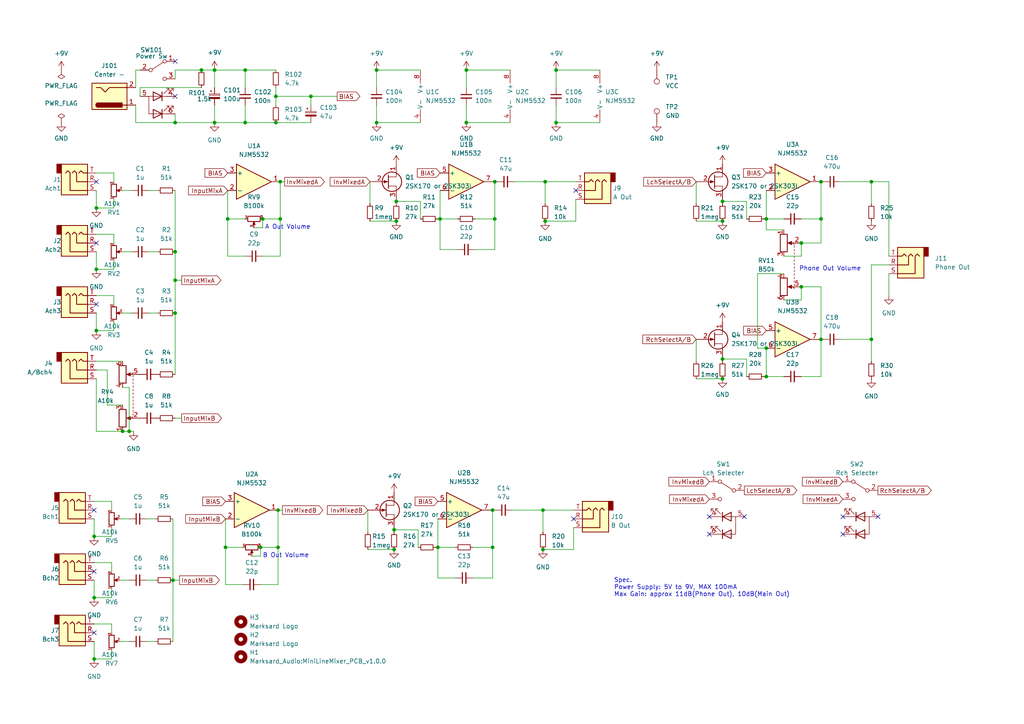
<source format=kicad_sch>
(kicad_sch (version 20211123) (generator eeschema)
  (paper "A4")
  (title_block (title "Mini Line Mixer MLM0802 rev1.0.1") (date "2023-03-01"))
  (junction (at 142.875 147.955))
  (junction (at 80.645 158.75))
  (junction (at 135.255 35.56))
  (junction (at 50.165 168.275))
  (junction (at 37.465 125.095))
  (junction (at 66.04 63.5))
  (junction (at 135.255 20.32))
  (junction (at 252.73 98.425))
  (junction (at 58.42 20.32))
  (junction (at 81.28 52.705))
  (junction (at 209.55 64.135))
  (junction (at 222.25 100.965))
  (junction (at 80.645 147.955))
  (junction (at 114.3 153.67))
  (junction (at 232.41 70.485))
  (junction (at 109.22 35.56))
  (junction (at 62.23 35.56))
  (junction (at 142.875 158.75))
  (junction (at 50.8 81.28))
  (junction (at 27.94 60.325))
  (junction (at 80.01 27.94))
  (junction (at 71.12 20.32))
  (junction (at 27.305 191.135))
  (junction (at 222.25 63.5))
  (junction (at 50.8 73.025))
  (junction (at 158.115 64.135))
  (junction (at 114.935 64.135))
  (junction (at 143.51 52.705))
  (junction (at 76.2 63.5))
  (junction (at 143.51 63.5))
  (junction (at 109.22 20.32))
  (junction (at 50.8 90.805))
  (junction (at 157.48 147.955))
  (junction (at 27.305 173.355))
  (junction (at 35.56 125.095))
  (junction (at 209.55 109.855))
  (junction (at 27.305 155.575))
  (junction (at 157.48 159.385))
  (junction (at 158.115 52.705))
  (junction (at 222.25 109.22))
  (junction (at 27.94 95.885))
  (junction (at 209.55 58.42))
  (junction (at 161.29 20.32))
  (junction (at 65.405 158.75))
  (junction (at 232.41 83.185))
  (junction (at 62.23 20.32))
  (junction (at 50.8 35.56))
  (junction (at 238.125 52.705))
  (junction (at 80.01 35.56))
  (junction (at 161.29 35.56))
  (junction (at 90.17 27.94))
  (junction (at 27.94 78.105))
  (junction (at 75.565 158.75))
  (junction (at 71.12 35.56))
  (junction (at 238.125 63.5))
  (junction (at 81.28 63.5))
  (junction (at 238.125 98.425))
  (junction (at 114.935 58.42))
  (junction (at 127 158.75))
  (junction (at 127.635 63.5))
  (junction (at 114.3 159.385))
  (junction (at 209.55 104.14))
  (junction (at 252.73 52.705))
  (no_connect (at 27.305 147.955))
  (no_connect (at 27.305 183.515))
  (no_connect (at 167.005 55.245))
  (no_connect (at 215.9 149.86))
  (no_connect (at 244.475 154.94))
  (no_connect (at 205.74 154.94))
  (no_connect (at 50.8 27.94))
  (no_connect (at 244.475 149.86))
  (no_connect (at 27.94 88.265))
  (no_connect (at 27.305 165.735))
  (no_connect (at 27.94 52.705))
  (no_connect (at 254.635 149.86))
  (no_connect (at 27.94 70.485))
  (no_connect (at 50.8 17.78))
  (no_connect (at 205.74 149.86))
  (no_connect (at 166.37 150.495))
  (wire (pts (xy 33.02 70.485) (xy 33.02 67.945)))
  (wire (pts (xy 39.37 20.32) (xy 39.37 25.4)))
  (wire (pts (xy 27.94 95.885) (xy 33.02 95.885)))
  (wire (pts (xy 238.125 98.425) (xy 238.76 98.425)))
  (wire (pts (xy 50.8 33.02) (xy 50.8 35.56)))
  (wire (pts (xy 209.55 104.14) (xy 209.55 104.775)))
  (wire (pts (xy 142.875 147.955) (xy 142.24 147.955)))
  (wire (pts (xy 106.68 159.385) (xy 114.3 159.385)))
  (wire (pts (xy 252.73 52.705) (xy 252.73 59.055)))
  (wire (pts (xy 114.935 58.42) (xy 114.935 59.055)))
  (wire (pts (xy 121.92 63.5) (xy 121.92 58.42)))
  (wire (pts (xy 137.16 167.64) (xy 142.875 167.64)))
  (wire (pts (xy 252.73 98.425) (xy 252.73 104.775)))
  (wire (pts (xy 32.385 165.735) (xy 32.385 163.195)))
  (wire (pts (xy 221.615 63.5) (xy 222.25 63.5)))
  (wire (pts (xy 27.305 168.275) (xy 27.305 173.355)))
  (wire (pts (xy 201.93 64.135) (xy 209.55 64.135)))
  (wire (pts (xy 201.93 52.705) (xy 201.93 59.055)))
  (wire (pts (xy 252.73 76.835) (xy 257.81 76.835)))
  (wire (pts (xy 238.125 83.185) (xy 232.41 83.185)))
  (wire (pts (xy 50.8 73.025) (xy 50.8 81.28)))
  (wire (pts (xy 142.875 147.955) (xy 143.51 147.955)))
  (wire (pts (xy 32.385 180.975) (xy 27.305 180.975)))
  (wire (pts (xy 32.385 145.415) (xy 27.305 145.415)))
  (wire (pts (xy 33.02 50.165) (xy 27.94 50.165)))
  (wire (pts (xy 50.8 81.28) (xy 50.8 90.805)))
  (wire (pts (xy 135.255 35.56) (xy 135.255 30.48)))
  (wire (pts (xy 27.94 78.105) (xy 33.02 78.105)))
  (wire (pts (xy 42.545 186.055) (xy 45.085 186.055)))
  (wire (pts (xy 147.955 35.56) (xy 135.255 35.56)))
  (wire (pts (xy 127 167.64) (xy 127 158.75)))
  (wire (pts (xy 71.12 30.48) (xy 71.12 35.56)))
  (wire (pts (xy 34.925 186.055) (xy 37.465 186.055)))
  (wire (pts (xy 135.255 25.4) (xy 135.255 20.32)))
  (wire (pts (xy 216.535 104.14) (xy 209.55 104.14)))
  (wire (pts (xy 80.645 158.75) (xy 80.645 169.545)))
  (wire (pts (xy 62.23 35.56) (xy 71.12 35.56)))
  (wire (pts (xy 40.64 25.4) (xy 58.42 25.4)))
  (wire (pts (xy 90.17 27.94) (xy 97.79 27.94)))
  (wire (pts (xy 166.37 159.385) (xy 157.48 159.385)))
  (wire (pts (xy 33.02 52.705) (xy 33.02 50.165)))
  (wire (pts (xy 167.005 64.135) (xy 158.115 64.135)))
  (wire (pts (xy 33.02 57.785) (xy 33.02 60.325)))
  (wire (pts (xy 114.935 57.785) (xy 114.935 58.42)))
  (wire (pts (xy 58.42 20.32) (xy 62.23 20.32)))
  (wire (pts (xy 127.635 63.5) (xy 132.715 63.5)))
  (wire (pts (xy 32.385 188.595) (xy 32.385 191.135)))
  (wire (pts (xy 43.18 55.245) (xy 45.72 55.245)))
  (wire (pts (xy 50.165 150.495) (xy 50.165 168.275)))
  (wire (pts (xy 222.25 55.245) (xy 222.25 63.5)))
  (wire (pts (xy 33.02 88.265) (xy 33.02 85.725)))
  (wire (pts (xy 80.645 147.955) (xy 81.915 147.955)))
  (wire (pts (xy 33.02 85.725) (xy 27.94 85.725)))
  (wire (pts (xy 121.285 153.67) (xy 114.3 153.67)))
  (wire (pts (xy 27.305 155.575) (xy 32.385 155.575)))
  (wire (pts (xy 50.8 35.56) (xy 62.23 35.56)))
  (wire (pts (xy 232.41 63.5) (xy 238.125 63.5)))
  (wire (pts (xy 50.165 168.275) (xy 50.165 186.055)))
  (wire (pts (xy 127 158.75) (xy 132.08 158.75)))
  (wire (pts (xy 80.645 158.75) (xy 75.565 158.75)))
  (wire (pts (xy 227.33 63.5) (xy 222.25 63.5)))
  (wire (pts (xy 227.33 109.22) (xy 222.25 109.22)))
  (wire (pts (xy 238.125 98.425) (xy 238.125 109.22)))
  (wire (pts (xy 80.01 27.94) (xy 80.01 30.48)))
  (wire (pts (xy 132.08 167.64) (xy 127 167.64)))
  (wire (pts (xy 31.115 107.315) (xy 27.94 107.315)))
  (wire (pts (xy 252.73 98.425) (xy 252.73 76.835)))
  (wire (pts (xy 33.02 93.345) (xy 33.02 95.885)))
  (wire (pts (xy 66.04 63.5) (xy 66.04 55.245)))
  (wire (pts (xy 209.55 58.42) (xy 209.55 59.055)))
  (wire (pts (xy 70.485 158.75) (xy 65.405 158.75)))
  (wire (pts (xy 81.28 74.295) (xy 76.2 74.295)))
  (wire (pts (xy 31.115 117.475) (xy 31.115 107.315)))
  (wire (pts (xy 73.66 66.04) (xy 76.2 66.04)))
  (wire (pts (xy 216.535 109.22) (xy 216.535 104.14)))
  (wire (pts (xy 27.94 104.775) (xy 35.56 104.775)))
  (wire (pts (xy 37.465 112.395) (xy 37.465 125.095)))
  (wire (pts (xy 121.92 58.42) (xy 114.935 58.42)))
  (wire (pts (xy 81.28 63.5) (xy 81.28 74.295)))
  (wire (pts (xy 243.84 52.705) (xy 252.73 52.705)))
  (wire (pts (xy 216.535 58.42) (xy 209.55 58.42)))
  (wire (pts (xy 238.125 70.485) (xy 232.41 70.485)))
  (wire (pts (xy 232.41 86.995) (xy 232.41 83.185)))
  (wire (pts (xy 157.48 147.955) (xy 157.48 154.305)))
  (wire (pts (xy 62.23 20.32) (xy 71.12 20.32)))
  (wire (pts (xy 167.005 57.785) (xy 167.005 64.135)))
  (wire (pts (xy 35.56 112.395) (xy 37.465 112.395)))
  (wire (pts (xy 238.125 63.5) (xy 238.125 70.485)))
  (wire (pts (xy 33.02 67.945) (xy 27.94 67.945)))
  (wire (pts (xy 243.84 98.425) (xy 252.73 98.425)))
  (wire (pts (xy 127.635 72.39) (xy 127.635 63.5)))
  (wire (pts (xy 201.93 109.855) (xy 209.55 109.855)))
  (wire (pts (xy 80.01 20.32) (xy 71.12 20.32)))
  (wire (pts (xy 42.545 150.495) (xy 45.085 150.495)))
  (wire (pts (xy 114.3 153.67) (xy 114.3 154.305)))
  (wire (pts (xy 35.56 73.025) (xy 38.1 73.025)))
  (wire (pts (xy 42.545 168.275) (xy 45.085 168.275)))
  (wire (pts (xy 142.875 167.64) (xy 142.875 158.75)))
  (wire (pts (xy 81.28 52.705) (xy 81.28 63.5)))
  (wire (pts (xy 66.04 74.295) (xy 66.04 63.5)))
  (wire (pts (xy 114.3 153.035) (xy 114.3 153.67)))
  (wire (pts (xy 252.73 52.705) (xy 257.81 52.705)))
  (wire (pts (xy 50.8 81.28) (xy 52.705 81.28)))
  (wire (pts (xy 227.33 66.675) (xy 222.25 66.675)))
  (wire (pts (xy 222.25 66.675) (xy 222.25 63.5)))
  (wire (pts (xy 71.12 35.56) (xy 80.01 35.56)))
  (wire (pts (xy 35.56 90.805) (xy 38.1 90.805)))
  (wire (pts (xy 76.2 66.04) (xy 76.2 63.5)))
  (wire (pts (xy 80.01 35.56) (xy 90.17 35.56)))
  (wire (pts (xy 107.315 64.135) (xy 114.935 64.135)))
  (wire (pts (xy 209.55 103.505) (xy 209.55 104.14)))
  (wire (pts (xy 173.99 35.56) (xy 161.29 35.56)))
  (wire (pts (xy 227.33 79.375) (xy 219.71 79.375)))
  (wire (pts (xy 238.125 52.705) (xy 238.125 63.5)))
  (wire (pts (xy 71.12 74.295) (xy 66.04 74.295)))
  (wire (pts (xy 50.165 168.275) (xy 52.07 168.275)))
  (wire (pts (xy 39.37 30.48) (xy 39.37 35.56)))
  (wire (pts (xy 62.23 20.32) (xy 62.23 25.4)))
  (wire (pts (xy 161.29 35.56) (xy 161.29 30.48)))
  (wire (pts (xy 143.51 52.705) (xy 144.145 52.705)))
  (wire (pts (xy 257.81 52.705) (xy 257.81 74.295)))
  (wire (pts (xy 43.18 73.025) (xy 45.72 73.025)))
  (wire (pts (xy 27.305 173.355) (xy 32.385 173.355)))
  (wire (pts (xy 221.615 109.22) (xy 222.25 109.22)))
  (wire (pts (xy 135.255 20.32) (xy 147.955 20.32)))
  (wire (pts (xy 27.94 125.095) (xy 35.56 125.095)))
  (wire (pts (xy 158.115 52.705) (xy 158.115 59.055)))
  (wire (pts (xy 71.12 20.32) (xy 71.12 25.4)))
  (wire (pts (xy 65.405 169.545) (xy 65.405 158.75)))
  (wire (pts (xy 109.22 25.4) (xy 109.22 20.32)))
  (wire (pts (xy 27.94 73.025) (xy 27.94 78.105)))
  (wire (pts (xy 71.12 63.5) (xy 66.04 63.5)))
  (wire (pts (xy 50.8 90.805) (xy 50.8 108.585)))
  (wire (pts (xy 62.23 30.48) (xy 62.23 35.56)))
  (wire (pts (xy 126.365 158.75) (xy 127 158.75)))
  (wire (pts (xy 161.29 20.32) (xy 173.99 20.32)))
  (wire (pts (xy 121.285 158.75) (xy 121.285 153.67)))
  (wire (pts (xy 35.56 117.475) (xy 31.115 117.475)))
  (wire (pts (xy 50.8 55.245) (xy 50.8 73.025)))
  (wire (pts (xy 227.33 74.295) (xy 232.41 74.295)))
  (wire (pts (xy 127 63.5) (xy 127.635 63.5)))
  (wire (pts (xy 80.01 27.94) (xy 90.17 27.94)))
  (wire (pts (xy 81.28 63.5) (xy 76.2 63.5)))
  (wire (pts (xy 27.94 55.245) (xy 27.94 60.325)))
  (wire (pts (xy 142.875 158.75) (xy 142.875 147.955)))
  (wire (pts (xy 65.405 158.75) (xy 65.405 150.495)))
  (wire (pts (xy 143.51 52.705) (xy 142.875 52.705)))
  (wire (pts (xy 158.115 52.705) (xy 167.005 52.705)))
  (wire (pts (xy 166.37 153.035) (xy 166.37 159.385)))
  (wire (pts (xy 219.71 100.965) (xy 222.25 100.965)))
  (wire (pts (xy 107.315 52.705) (xy 107.315 59.055)))
  (wire (pts (xy 232.41 109.22) (xy 238.125 109.22)))
  (wire (pts (xy 148.59 147.955) (xy 157.48 147.955)))
  (wire (pts (xy 81.28 52.705) (xy 82.55 52.705)))
  (wire (pts (xy 132.715 72.39) (xy 127.635 72.39)))
  (wire (pts (xy 80.01 25.4) (xy 80.01 27.94)))
  (wire (pts (xy 106.68 147.955) (xy 106.68 154.305)))
  (wire (pts (xy 27.94 90.805) (xy 27.94 95.885)))
  (wire (pts (xy 227.33 86.995) (xy 232.41 86.995)))
  (wire (pts (xy 143.51 72.39) (xy 143.51 63.5)))
  (wire (pts (xy 50.8 20.32) (xy 50.8 22.86)))
  (wire (pts (xy 109.22 20.32) (xy 121.92 20.32)))
  (wire (pts (xy 27.305 150.495) (xy 27.305 155.575)))
  (wire (pts (xy 232.41 74.295) (xy 232.41 70.485)))
  (wire (pts (xy 238.125 52.705) (xy 238.76 52.705)))
  (wire (pts (xy 137.795 63.5) (xy 143.51 63.5)))
  (wire (pts (xy 137.16 158.75) (xy 142.875 158.75)))
  (wire (pts (xy 201.93 98.425) (xy 201.93 104.775)))
  (wire (pts (xy 121.92 35.56) (xy 109.22 35.56)))
  (wire (pts (xy 238.125 52.705) (xy 237.49 52.705)))
  (wire (pts (xy 34.925 150.495) (xy 37.465 150.495)))
  (wire (pts (xy 27.94 60.325) (xy 33.02 60.325)))
  (wire (pts (xy 40.64 25.4) (xy 40.64 27.94)))
  (wire (pts (xy 80.645 169.545) (xy 75.565 169.545)))
  (wire (pts (xy 127 150.495) (xy 127 158.75)))
  (wire (pts (xy 109.22 35.56) (xy 109.22 30.48)))
  (wire (pts (xy 90.17 27.94) (xy 90.17 30.48)))
  (wire (pts (xy 43.18 90.805) (xy 45.72 90.805)))
  (wire (pts (xy 75.565 161.29) (xy 75.565 158.75)))
  (wire (pts (xy 238.125 98.425) (xy 238.125 83.185)))
  (wire (pts (xy 257.81 79.375) (xy 257.81 85.725)))
  (wire (pts (xy 35.56 125.095) (xy 37.465 125.095)))
  (wire (pts (xy 32.385 153.035) (xy 32.385 155.575)))
  (wire (pts (xy 32.385 183.515) (xy 32.385 180.975)))
  (wire (pts (xy 161.29 25.4) (xy 161.29 20.32)))
  (wire (pts (xy 27.305 186.055) (xy 27.305 191.135)))
  (wire (pts (xy 222.25 100.965) (xy 222.25 109.22)))
  (wire (pts (xy 80.645 147.955) (xy 80.645 158.75)))
  (wire (pts (xy 33.02 75.565) (xy 33.02 78.105)))
  (wire (pts (xy 127.635 55.245) (xy 127.635 63.5)))
  (wire (pts (xy 137.795 72.39) (xy 143.51 72.39)))
  (wire (pts (xy 39.37 35.56) (xy 50.8 35.56)))
  (wire (pts (xy 35.56 55.245) (xy 38.1 55.245)))
  (wire (pts (xy 52.705 121.285) (xy 50.8 121.285)))
  (wire (pts (xy 39.37 20.32) (xy 40.64 20.32)))
  (wire (pts (xy 27.94 109.855) (xy 27.94 125.095)))
  (wire (pts (xy 157.48 147.955) (xy 166.37 147.955)))
  (wire (pts (xy 216.535 63.5) (xy 216.535 58.42)))
  (wire (pts (xy 209.55 57.785) (xy 209.55 58.42)))
  (wire (pts (xy 219.71 79.375) (xy 219.71 100.965)))
  (wire (pts (xy 32.385 163.195) (xy 27.305 163.195)))
  (wire (pts (xy 70.485 169.545) (xy 65.405 169.545)))
  (wire (pts (xy 238.125 98.425) (xy 237.49 98.425)))
  (wire (pts (xy 27.305 191.135) (xy 32.385 191.135)))
  (wire (pts (xy 32.385 170.815) (xy 32.385 173.355)))
  (wire (pts (xy 73.025 161.29) (xy 75.565 161.29)))
  (wire (pts (xy 149.225 52.705) (xy 158.115 52.705)))
  (wire (pts (xy 143.51 63.5) (xy 143.51 52.705)))
  (wire (pts (xy 37.465 125.095) (xy 38.735 125.095)))
  (wire (pts (xy 50.8 20.32) (xy 58.42 20.32)))
  (wire (pts (xy 34.925 168.275) (xy 37.465 168.275)))
  (wire (pts (xy 32.385 147.955) (xy 32.385 145.415)))
  (text "Phone Out Volume" (at 231.775 78.74 0) (effects (font (size 1.27 1.27)) (justify left bottom)))
  (text "A Out Volume" (at 76.835 66.675 0) (effects (font (size 1.27 1.27)) (justify left bottom)))
  (text "B Out Volume" (at 76.2 161.925 0) (effects (font (size 1.27 1.27)) (justify left bottom)))
  (text "Spec.\nPower Supply: 5V to 9V, MAX 100mA\nMax Gain: approx 11dB(Phone Out), 10dB(Main Out)\n" (at 178.054 173.228 0) (effects (font (size 1.27 1.27)) (justify left bottom)))
  (global_label "BIAS" (shape input) (at 222.25 50.165 180) (property "Intersheet References" "${INTERSHEET_REFS}" (effects hide)))
  (global_label "InvMixedA" (shape output) (at 82.55 52.705 0) (property "Intersheet References" "${INTERSHEET_REFS}" (effects hide)))
  (global_label "BIAS" (shape input) (at 127.635 50.165 180) (property "Intersheet References" "${INTERSHEET_REFS}" (effects hide)))
  (global_label "InvMixedB" (shape output) (at 81.915 147.955 0) (property "Intersheet References" "${INTERSHEET_REFS}" (effects hide)))
  (global_label "BIAS" (shape output) (at 97.79 27.94 0) (property "Intersheet References" "${INTERSHEET_REFS}" (effects hide)))
  (global_label "RchSelectA{slash}B" (shape output) (at 254.635 142.24 0) (property "Intersheet References" "${INTERSHEET_REFS}" (effects hide)))
  (global_label "InputMixB" (shape output) (at 52.705 121.285 0) (property "Intersheet References" "${INTERSHEET_REFS}" (effects hide)))
  (global_label "LchSelectA{slash}B" (shape output) (at 215.9 142.24 0) (property "Intersheet References" "${INTERSHEET_REFS}" (effects hide)))
  (global_label "InvMixedA" (shape input) (at 244.475 144.78 180) (property "Intersheet References" "${INTERSHEET_REFS}" (effects hide)))
  (global_label "InvMixedB" (shape input) (at 244.475 139.7 180) (property "Intersheet References" "${INTERSHEET_REFS}" (effects hide)))
  (global_label "InvMixedB" (shape input) (at 106.68 147.955 180) (property "Intersheet References" "${INTERSHEET_REFS}" (effects hide)))
  (global_label "LchSelectA{slash}B" (shape input) (at 201.93 52.705 180) (property "Intersheet References" "${INTERSHEET_REFS}" (effects hide)))
  (global_label "InvMixedB" (shape input) (at 205.74 139.7 180) (property "Intersheet References" "${INTERSHEET_REFS}" (effects hide)))
  (global_label "RchSelectA{slash}B" (shape input) (at 201.93 98.425 180) (property "Intersheet References" "${INTERSHEET_REFS}" (effects hide)))
  (global_label "InputMixB" (shape input) (at 65.405 150.495 180) (property "Intersheet References" "${INTERSHEET_REFS}" (effects hide)))
  (global_label "BIAS" (shape input) (at 127 145.415 180) (property "Intersheet References" "${INTERSHEET_REFS}" (effects hide)))
  (global_label "InvMixedA" (shape input) (at 205.74 144.78 180) (property "Intersheet References" "${INTERSHEET_REFS}" (effects hide)))
  (global_label "InvMixedA" (shape input) (at 107.315 52.705 180) (property "Intersheet References" "${INTERSHEET_REFS}" (effects hide)))
  (global_label "BIAS" (shape input) (at 222.25 95.885 180) (property "Intersheet References" "${INTERSHEET_REFS}" (effects hide)))
  (global_label "BIAS" (shape input) (at 66.04 50.165 180) (property "Intersheet References" "${INTERSHEET_REFS}" (effects hide)))
  (global_label "InputMixB" (shape output) (at 52.07 168.275 0) (property "Intersheet References" "${INTERSHEET_REFS}" (effects hide)))
  (global_label "BIAS" (shape input) (at 65.405 145.415 180) (property "Intersheet References" "${INTERSHEET_REFS}" (effects hide)))
  (global_label "InputMixA" (shape output) (at 52.705 81.28 0) (property "Intersheet References" "${INTERSHEET_REFS}" (effects hide)))
  (global_label "InputMixA" (shape input) (at 66.04 55.245 180) (property "Intersheet References" "${INTERSHEET_REFS}" (effects hide)))
  (symbol (lib_id "Device:Q_NJFET_DGS") (at 207.01 98.425 0) (unit 1)
    (property "Reference" "Q4" (at 212.09 97.1549 0) (effects (justify left)))
    (property "Value" "2SK170 or 2SK303L" (at 212.09 99.6949 0) (effects (justify left)))
    (property "Footprint" "Marksard_Audio:TO-92_K170-303L" (effects hide))
    (property "Part Model No." "2SK170 or 2SK303L" (effects hide))
  )
  (symbol (lib_id "power:GND") (at 257.81 85.725 0) (unit 1)
    (property "Reference" "#PWR021" (effects hide))
    (property "Value" "GND" (at 257.81 90.805 0))
  )
  (symbol (lib_id "Connector:AudioJack3") (at 22.225 147.955 0) (mirror x) (unit 1)
    (property "Reference" "J5" (at 17.145 147.3199 0) (effects (justify right)))
    (property "Value" "Bch1" (at 17.145 149.8599 0) (effects (justify right)))
    (property "Footprint" "Marksard_Audio:MJ-355W" (effects hide))
    (property "Part Model No." "マル信 est-marushin MJ-355W" (effects hide))
  )
  (symbol (lib_id "Device:R_Potentiometer_Small") (at 33.02 73.025 0) (mirror x) (unit 1)
    (property "Reference" "RV2" (at 34.925 79.375 0) (effects (justify right)))
    (property "Value" "A10k" (at 34.925 76.835 0) (effects (justify right)))
    (property "Footprint" "Marksard_Audio:Potentiometer_THT_RK09L1140" (effects hide))
    (property "Part Model No." "ALPS RK09L1140-F15-C0-A103" (effects hide))
  )
  (symbol (lib_id "Device:C_Small") (at 40.005 186.055 90) (unit 1)
    (property "Reference" "C7" (at 40.0113 179.705 90))
    (property "Value" "1u" (at 40.0113 182.245 90))
    (property "Footprint" "Marksard_Audio:Capacitor_THT_5x11_Holizontal" (effects hide))
    (property "Part Model No." "サイズ max 5phi x 11mm" (effects hide))
  )
  (symbol (lib_id "Device:R_Small") (at 80.01 22.86 0) (unit 1)
    (property "Reference" "R102" (at 82.55 21.5899 0) (effects (justify left)))
    (property "Value" "4.7k" (at 82.55 24.1299 0) (effects (justify left)))
    (property "Footprint" "Resistor_THT:R_Axial_DIN0204_L3.6mm_D1.6mm_P2.54mm_Vertical" (effects hide))
    (property "Part Model No." "金属皮膜 metal film 1/4w" (effects hide))
  )
  (symbol (lib_id "power:GND") (at 27.305 173.355 0) (unit 1)
    (property "Reference" "#PWR06" (effects hide))
    (property "Value" "GND" (at 27.305 178.435 0))
  )
  (symbol (lib_id "Device:Q_NJFET_DGS") (at 207.01 52.705 0) (unit 1)
    (property "Reference" "Q3" (at 212.09 51.4349 0) (effects (justify left)))
    (property "Value" "2SK170 or 2SK303L" (at 212.09 53.9749 0) (effects (justify left)))
    (property "Footprint" "Marksard_Audio:TO-92_K170-303L" (effects hide))
    (property "Part Model No." "2SK170 or 2SK303L" (effects hide))
  )
  (symbol (lib_id "Mechanical:MountingHole") (at 69.85 180.34 0) (unit 1)
    (property "Reference" "H3" (at 72.39 179.0699 0) (effects (justify left)))
    (property "Value" "Marksard Logo" (at 72.39 181.6099 0) (effects (justify left)))
    (property "Footprint" "SMK:marksard_logo" (effects hide))
  )
  (symbol (lib_id "power:GND") (at 109.22 35.56 0) (unit 1)
    (property "Reference" "#PWR0104" (effects hide))
    (property "Value" "GND" (at 109.22 40.132 0))
  )
  (symbol (lib_id "Device:R_Small") (at 252.73 107.315 180) (unit 1)
    (property "Reference" "R30" (at 255.27 106.0449 0) (effects (justify right)))
    (property "Value" "10k" (at 255.27 108.5849 0) (effects (justify right)))
    (property "Footprint" "Resistor_THT:R_Axial_DIN0204_L3.6mm_D1.6mm_P2.54mm_Vertical" (effects hide))
    (property "Part Model No." "金属皮膜 metal film 1/4w" (effects hide))
  )
  (symbol (lib_id "power:GND") (at 27.94 95.885 0) (unit 1)
    (property "Reference" "#PWR03" (effects hide))
    (property "Value" "GND" (at 27.94 100.965 0))
  )
  (symbol (lib_id "Amplifier_Operational:NJM5532") (at 124.46 27.94 0) (unit 3)
    (property "Reference" "U1" (at 123.444 26.6699 0) (effects (justify left)))
    (property "Value" "NJM5532" (at 123.444 29.2099 0) (effects (justify left)))
    (property "Footprint" "Package_DIP:DIP-8_W7.62mm_Socket" (effects hide))
    (property "Datasheet" "http://www.njr.com/semicon/PDF/NJM5532_E.pdf" (effects hide))
    (property "Part Model No." "NJM-5532" (effects hide))
  )
  (symbol (lib_id "Amplifier_Operational:NJM5532") (at 229.87 98.425 0) (unit 2)
    (property "Reference" "U3" (at 229.87 87.63 0))
    (property "Value" "NJM5532" (at 229.87 90.17 0))
    (property "Footprint" "Package_DIP:DIP-8_W7.62mm_Socket" (effects hide))
    (property "Datasheet" "http://www.njr.com/semicon/PDF/NJM5532_E.pdf" (effects hide))
    (property "Part Model No." "NJM-5532" (effects hide))
  )
  (symbol (lib_id "Connector:AudioJack3") (at 22.225 183.515 0) (mirror x) (unit 1)
    (property "Reference" "J7" (at 17.145 182.8799 0) (effects (justify right)))
    (property "Value" "Bch3" (at 17.145 185.4199 0) (effects (justify right)))
    (property "Footprint" "Marksard_Audio:MJ-355W" (effects hide))
    (property "Part Model No." "マル信 est-marushin MJ-355W" (effects hide))
  )
  (symbol (lib_id "power:GND") (at 27.305 155.575 0) (unit 1)
    (property "Reference" "#PWR05" (effects hide))
    (property "Value" "GND" (at 27.305 160.655 0))
  )
  (symbol (lib_id "Device:R_Small") (at 252.73 61.595 180) (unit 1)
    (property "Reference" "R25" (at 255.27 60.3249 0) (effects (justify right)))
    (property "Value" "10k" (at 255.27 62.8649 0) (effects (justify right)))
    (property "Footprint" "Resistor_THT:R_Axial_DIN0204_L3.6mm_D1.6mm_P2.54mm_Vertical" (effects hide))
    (property "Part Model No." "金属皮膜 metal film 1/4w" (effects hide))
  )
  (symbol (lib_id "Amplifier_Operational:NJM5532") (at 229.87 52.705 0) (unit 1)
    (property "Reference" "U3" (at 229.87 41.91 0))
    (property "Value" "NJM5532" (at 229.87 44.45 0))
    (property "Footprint" "Package_DIP:DIP-8_W7.62mm_Socket" (effects hide))
    (property "Datasheet" "http://www.njr.com/semicon/PDF/NJM5532_E.pdf" (effects hide))
    (property "Part Model No." "NJM-5532" (effects hide))
  )
  (symbol (lib_id "Marksard_Audio:SW_SPDT_WITH_LED") (at 249.555 142.24 0) (mirror y) (unit 1)
    (property "Reference" "SW2" (at 248.539 134.62 0))
    (property "Value" "Rch Selecter" (at 248.539 137.16 0))
    (property "Footprint" "Marksard_Audio:B-12CCPR" (effects hide))
    (property "Part Model No." "NKK B-12CCPR" (effects hide))
  )
  (symbol (lib_id "Device:R_Potentiometer_Small") (at 33.02 90.805 0) (mirror x) (unit 1)
    (property "Reference" "RV3" (at 34.925 97.155 0) (effects (justify right)))
    (property "Value" "A10k" (at 34.925 94.615 0) (effects (justify right)))
    (property "Footprint" "Marksard_Audio:Potentiometer_THT_RK09L1140" (effects hide))
    (property "Part Model No." "ALPS RK09L1140-F15-C0-A103" (effects hide))
  )
  (symbol (lib_id "Device:C_Polarized_Small") (at 62.23 27.94 0) (unit 1)
    (property "Reference" "C101" (at 64.77 26.1238 0) (effects (justify left)))
    (property "Value" "100u" (at 64.77 28.6638 0) (effects (justify left)))
    (property "Footprint" "Marksard_Audio:Capacitor_THT_10x12.5_Holizontal" (effects hide))
    (property "Part Model No." "サイズ max 10phi x 12.5mm" (effects hide))
  )
  (symbol (lib_id "power:GND") (at 209.55 109.855 0) (unit 1)
    (property "Reference" "#PWR019" (effects hide))
    (property "Value" "GND" (at 209.55 114.427 0))
  )
  (symbol (lib_id "power:GND") (at 252.73 64.135 0) (unit 1)
    (property "Reference" "#PWR017" (effects hide))
    (property "Value" "GND" (at 252.73 69.215 0))
  )
  (symbol (lib_id "power:GND") (at 114.935 64.135 0) (unit 1)
    (property "Reference" "#PWR010" (effects hide))
    (property "Value" "GND" (at 114.935 68.707 0))
  )
  (symbol (lib_id "Device:R_Small") (at 48.26 108.585 90) (unit 1)
    (property "Reference" "R4" (at 48.26 102.235 90))
    (property "Value" "51k" (at 48.26 104.775 90))
    (property "Footprint" "Resistor_THT:R_Axial_DIN0204_L3.6mm_D1.6mm_P2.54mm_Vertical" (effects hide))
    (property "Part Model No." "金属皮膜 metal film 1/4w" (effects hide))
  )
  (symbol (lib_id "Connector:AudioJack3") (at 22.86 88.265 0) (mirror x) (unit 1)
    (property "Reference" "J3" (at 17.78 87.6299 0) (effects (justify right)))
    (property "Value" "Ach3" (at 17.78 90.1699 0) (effects (justify right)))
    (property "Footprint" "Marksard_Audio:MJ-355W" (effects hide))
    (property "Part Model No." "マル信 est-marushin MJ-355W" (effects hide))
  )
  (symbol (lib_id "Device:R_Small") (at 135.255 63.5 90) (unit 1)
    (property "Reference" "R12" (at 135.255 57.15 90))
    (property "Value" "51k" (at 135.255 59.69 90))
    (property "Footprint" "Resistor_THT:R_Axial_DIN0204_L3.6mm_D1.6mm_P2.54mm_Vertical" (effects hide))
    (property "Part Model No." "金属皮膜 metal film 1/4w" (effects hide))
  )
  (symbol (lib_id "power:+9V") (at 135.255 20.32 0) (unit 1)
    (property "Reference" "#PWR0105" (effects hide))
    (property "Value" "+9V" (at 135.255 15.494 0))
  )
  (symbol (lib_id "Amplifier_Operational:NJM5532") (at 73.025 147.955 0) (unit 1)
    (property "Reference" "U2" (at 73.025 137.541 0))
    (property "Value" "NJM5532" (at 73.025 140.081 0))
    (property "Footprint" "Package_DIP:DIP-8_W7.62mm_Socket" (effects hide))
    (property "Datasheet" "http://www.njr.com/semicon/PDF/NJM5532_E.pdf" (effects hide))
    (property "Part Model No." "NJM-5532" (effects hide))
  )
  (symbol (lib_id "Device:R_Potentiometer_Small") (at 32.385 168.275 0) (mirror x) (unit 1)
    (property "Reference" "RV6" (at 34.29 174.625 0) (effects (justify right)))
    (property "Value" "A10k" (at 34.29 172.085 0) (effects (justify right)))
    (property "Footprint" "Marksard_Audio:Potentiometer_THT_RK09L1140" (effects hide))
    (property "Part Model No." "ALPS RK09L1140-F15-C0-A103" (effects hide))
  )
  (symbol (lib_id "Device:R_Potentiometer_Small") (at 32.385 186.055 0) (mirror x) (unit 1)
    (property "Reference" "RV7" (at 34.29 192.405 0) (effects (justify right)))
    (property "Value" "A10k" (at 34.29 189.865 0) (effects (justify right)))
    (property "Footprint" "Marksard_Audio:Potentiometer_THT_RK09L1140" (effects hide))
    (property "Part Model No." "ALPS RK09L1140-F15-C0-A103" (effects hide))
  )
  (symbol (lib_id "Amplifier_Operational:NJM5532") (at 73.66 52.705 0) (unit 1)
    (property "Reference" "U1" (at 73.66 42.291 0))
    (property "Value" "NJM5532" (at 73.66 44.831 0))
    (property "Footprint" "Package_DIP:DIP-8_W7.62mm_Socket" (effects hide))
    (property "Datasheet" "http://www.njr.com/semicon/PDF/NJM5532_E.pdf" (effects hide))
    (property "Part Model No." "NJM-5532" (effects hide))
  )
  (symbol (lib_id "power:GND") (at 114.3 159.385 0) (unit 1)
    (property "Reference" "#PWR013" (effects hide))
    (property "Value" "GND" (at 114.3 163.957 0))
  )
  (symbol (lib_id "Device:Q_NJFET_DGS") (at 111.76 147.955 0) (unit 1)
    (property "Reference" "Q2" (at 116.84 146.6849 0) (effects (justify left)))
    (property "Value" "2SK170 or 2SK303L" (at 116.84 149.2249 0) (effects (justify left)))
    (property "Footprint" "Marksard_Audio:TO-92_K170-303L" (effects hide))
    (property "Part Model No." "2SK170 or 2SK303L" (effects hide))
  )
  (symbol (lib_id "Device:Q_NJFET_DGS") (at 112.395 52.705 0) (unit 1)
    (property "Reference" "Q1" (at 117.475 51.4349 0) (effects (justify left)))
    (property "Value" "2SK170 or 2SK303L" (at 117.475 53.9749 0) (effects (justify left)))
    (property "Footprint" "Marksard_Audio:TO-92_K170-303L" (effects hide))
    (property "Part Model No." "2SK170 or 2SK303L" (effects hide))
  )
  (symbol (lib_id "Device:R_Potentiometer_Dual") (at 38.1 114.935 270) (mirror x) (unit 1)
    (property "Reference" "RV4" (at 33.02 113.6649 90) (effects (justify right)))
    (property "Value" "A10k" (at 33.02 116.2049 90) (effects (justify right)))
    (property "Footprint" "Marksard_Audio:Potentiometer_THT_RK09L1240" (effects hide))
    (property "Part Model No." "ALPS RK09L1240-F15-C0-A103 2gang (2連)" (effects hide))
  )
  (symbol (lib_id "Device:C_Small") (at 73.025 169.545 90) (unit 1)
    (property "Reference" "C12" (at 73.0313 163.195 90))
    (property "Value" "22p" (at 73.0313 165.735 90))
    (property "Footprint" "Capacitor_THT:C_Disc_D4.7mm_W2.5mm_P5.00mm" (effects hide))
    (property "Part Model No." "セラミック seramic" (effects hide))
  )
  (symbol (lib_id "Device:C_Polarized_Small") (at 90.17 33.02 0) (unit 1)
    (property "Reference" "C103" (at 92.71 31.2038 0) (effects (justify left)))
    (property "Value" "47u" (at 92.71 33.7438 0) (effects (justify left)))
    (property "Footprint" "Marksard_Audio:Capacitor_THT_5x11_Holizontal" (effects hide))
    (property "Part Model No." "サイズ max 5phi x 11mm" (effects hide))
  )
  (symbol (lib_id "Connector:AudioJack3") (at 22.86 52.705 0) (mirror x) (unit 1)
    (property "Reference" "J1" (at 17.78 52.0699 0) (effects (justify right)))
    (property "Value" "Ach1" (at 17.78 54.6099 0) (effects (justify right)))
    (property "Footprint" "Marksard_Audio:MJ-355W" (effects hide))
    (property "Part Model No." "マル信 est-marushin MJ-355W" (effects hide))
  )
  (symbol (lib_id "Device:C_Small") (at 241.3 52.705 90) (unit 1)
    (property "Reference" "C16" (at 241.3063 45.72 90))
    (property "Value" "470u" (at 241.3063 48.26 90))
    (property "Footprint" "Marksard_Audio:Capacitor_THT_10x12.5_Holizontal" (effects hide))
    (property "Part Model No." "サイズ max 10phi x 12.5mm" (effects hide))
  )
  (symbol (lib_id "power:GND") (at 62.23 35.56 0) (unit 1)
    (property "Reference" "#PWR0102" (effects hide))
    (property "Value" "GND" (at 62.23 40.64 0))
  )
  (symbol (lib_id "Amplifier_Operational:NJM5532") (at 150.495 27.94 0) (unit 3)
    (property "Reference" "U2" (at 149.479 26.6699 0) (effects (justify left)))
    (property "Value" "NJM5532" (at 149.479 29.2099 0) (effects (justify left)))
    (property "Footprint" "Package_DIP:DIP-8_W7.62mm_Socket" (effects hide))
    (property "Datasheet" "http://www.njr.com/semicon/PDF/NJM5532_E.pdf" (effects hide))
    (property "Part Model No." "NJM-5532" (effects hide))
  )
  (symbol (lib_id "Device:R_Small") (at 201.93 61.595 180) (unit 1)
    (property "Reference" "R21" (at 203.2 60.325 0) (effects (justify right)))
    (property "Value" "1meg" (at 203.2 62.865 0) (effects (justify right)))
    (property "Footprint" "Resistor_THT:R_Axial_DIN0204_L3.6mm_D1.6mm_P2.54mm_Vertical" (effects hide))
    (property "Part Model No." "金属皮膜 metal film 1/4w" (effects hide))
  )
  (symbol (lib_id "Device:R_Potentiometer_Small") (at 32.385 150.495 0) (mirror x) (unit 1)
    (property "Reference" "RV5" (at 34.29 156.845 0) (effects (justify right)))
    (property "Value" "A10k" (at 34.29 154.305 0) (effects (justify right)))
    (property "Footprint" "Marksard_Audio:Potentiometer_THT_RK09L1140" (effects hide))
    (property "Part Model No." "ALPS RK09L1140-F15-C0-A103" (effects hide))
  )
  (symbol (lib_id "Device:R_Potentiometer_Small") (at 33.02 55.245 0) (mirror x) (unit 1)
    (property "Reference" "RV1" (at 34.925 61.595 0) (effects (justify right)))
    (property "Value" "A10k" (at 34.925 59.055 0) (effects (justify right)))
    (property "Footprint" "Marksard_Audio:Potentiometer_THT_RK09L1140" (effects hide))
    (property "Part Model No." "ALPS RK09L1140-F15-C0-A103" (effects hide))
  )
  (symbol (lib_id "Device:C_Small") (at 40.64 73.025 90) (unit 1)
    (property "Reference" "C2" (at 40.6463 66.675 90))
    (property "Value" "1u" (at 40.6463 69.215 90))
    (property "Footprint" "Marksard_Audio:Capacitor_THT_5x11_Holizontal" (effects hide))
    (property "Part Model No." "サイズ max 5phi x 11mm" (effects hide))
  )
  (symbol (lib_id "power:PWR_FLAG") (at 17.78 35.56 0) (unit 1)
    (property "Reference" "#FLG0101" (effects hide))
    (property "Value" "PWR_FLAG" (at 17.78 29.972 0))
  )
  (symbol (lib_id "Device:C_Small") (at 40.64 55.245 90) (unit 1)
    (property "Reference" "C1" (at 40.6463 48.895 90))
    (property "Value" "1u" (at 40.6463 51.435 90))
    (property "Footprint" "Marksard_Audio:Capacitor_THT_5x11_Holizontal" (effects hide))
    (property "Part Model No." "サイズ max 5phi x 11mm" (effects hide))
  )
  (symbol (lib_id "Device:R_Small") (at 219.075 63.5 90) (unit 1)
    (property "Reference" "R23" (at 219.075 57.15 90))
    (property "Value" "20k" (at 219.075 59.69 90))
    (property "Footprint" "Resistor_THT:R_Axial_DIN0204_L3.6mm_D1.6mm_P2.54mm_Vertical" (effects hide))
    (property "Part Model No." "金属皮膜 metal film 1/4w" (effects hide))
  )
  (symbol (lib_id "Device:R_Small") (at 209.55 61.595 180) (unit 1)
    (property "Reference" "R22" (at 212.09 60.3249 0) (effects (justify right)))
    (property "Value" "51k" (at 212.09 62.8649 0) (effects (justify right)))
    (property "Footprint" "Resistor_THT:R_Axial_DIN0204_L3.6mm_D1.6mm_P2.54mm_Vertical" (effects hide))
    (property "Part Model No." "金属皮膜 metal film 1/4w" (effects hide))
  )
  (symbol (lib_id "Device:R_Potentiometer_Dual") (at 229.87 76.835 270) (unit 1)
    (property "Reference" "RV11" (at 224.79 75.5649 90) (effects (justify right)))
    (property "Value" "B50k" (at 224.79 78.1049 90) (effects (justify right)))
    (property "Footprint" "Marksard_Audio:Potentiometer_THT_RK09L1240" (effects hide))
    (property "Part Model No." "ALPS RK09L1240-F15-C0-B503 2gang (2連)" (effects hide))
  )
  (symbol (lib_id "power:GND") (at 252.73 109.855 0) (unit 1)
    (property "Reference" "#PWR020" (effects hide))
    (property "Value" "GND" (at 252.73 114.935 0))
  )
  (symbol (lib_id "power:GND") (at 161.29 35.56 0) (unit 1)
    (property "Reference" "#PWR0108" (effects hide))
    (property "Value" "GND" (at 161.29 40.132 0))
  )
  (symbol (lib_id "Mechanical:MountingHole") (at 69.85 185.42 0) (unit 1)
    (property "Reference" "H2" (at 72.39 184.1499 0) (effects (justify left)))
    (property "Value" "Marksard Logo" (at 72.39 186.6899 0) (effects (justify left)))
    (property "Footprint" "SMK:marksard_logo" (effects hide))
  )
  (symbol (lib_id "Device:R_Small") (at 107.315 61.595 180) (unit 1)
    (property "Reference" "R9" (at 108.585 60.325 0) (effects (justify right)))
    (property "Value" "1meg" (at 108.585 62.865 0) (effects (justify right)))
    (property "Footprint" "Resistor_THT:R_Axial_DIN0204_L3.6mm_D1.6mm_P2.54mm_Vertical" (effects hide))
    (property "Part Model No." "金属皮膜 metal film 1/4w" (effects hide))
  )
  (symbol (lib_id "Mechanical:MountingHole") (at 69.85 190.5 0) (unit 1)
    (property "Reference" "H1" (at 72.39 189.2299 0) (effects (justify left)))
    (property "Value" "Marksard_Audio:MiniLineMixer_PCB_v1.0.0" (at 72.39 191.7699 0) (effects (justify left)))
    (property "Footprint" "Marksard_Audio:MiniLineMixer_PCB_v1.0.0" (effects hide))
  )
  (symbol (lib_id "power:+9V") (at 190.5 20.32 0) (unit 1)
    (property "Reference" "#PWR0111" (effects hide))
    (property "Value" "+9V" (at 190.5 15.494 0))
  )
  (symbol (lib_id "power:PWR_FLAG") (at 17.78 20.32 180) (unit 1)
    (property "Reference" "#FLG0102" (effects hide))
    (property "Value" "PWR_FLAG" (at 17.78 24.892 0))
  )
  (symbol (lib_id "Device:R_Small") (at 48.26 55.245 90) (unit 1)
    (property "Reference" "R1" (at 48.26 48.895 90))
    (property "Value" "51k" (at 48.26 51.435 90))
    (property "Footprint" "Resistor_THT:R_Axial_DIN0204_L3.6mm_D1.6mm_P2.54mm_Vertical" (effects hide))
    (property "Part Model No." "金属皮膜 metal film 1/4w" (effects hide))
  )
  (symbol (lib_id "Connector:AudioJack3") (at 22.86 70.485 0) (mirror x) (unit 1)
    (property "Reference" "J2" (at 17.78 69.8499 0) (effects (justify right)))
    (property "Value" "Ach2" (at 17.78 72.3899 0) (effects (justify right)))
    (property "Footprint" "Marksard_Audio:MJ-355W" (effects hide))
    (property "Part Model No." "マル信 est-marushin MJ-355W" (effects hide))
  )
  (symbol (lib_id "power:GND") (at 209.55 64.135 0) (unit 1)
    (property "Reference" "#PWR016" (effects hide))
    (property "Value" "GND" (at 209.55 68.707 0))
  )
  (symbol (lib_id "power:GND") (at 135.255 35.56 0) (unit 1)
    (property "Reference" "#PWR0106" (effects hide))
    (property "Value" "GND" (at 135.255 40.132 0))
  )
  (symbol (lib_id "Device:R_Small") (at 123.825 158.75 90) (unit 1)
    (property "Reference" "R17" (at 123.825 152.4 90))
    (property "Value" "27k" (at 123.825 154.94 90))
    (property "Footprint" "Resistor_THT:R_Axial_DIN0204_L3.6mm_D1.6mm_P2.54mm_Vertical" (effects hide))
    (property "Part Model No." "金属皮膜 metal film 1/4w" (effects hide))
  )
  (symbol (lib_id "power:GND") (at 27.94 78.105 0) (unit 1)
    (property "Reference" "#PWR02" (effects hide))
    (property "Value" "GND" (at 27.94 83.185 0))
  )
  (symbol (lib_id "power:GND") (at 27.94 60.325 0) (unit 1)
    (property "Reference" "#PWR01" (effects hide))
    (property "Value" "GND" (at 27.94 65.405 0))
  )
  (symbol (lib_id "Amplifier_Operational:NJM5532") (at 135.255 52.705 0) (unit 2)
    (property "Reference" "U1" (at 135.255 41.91 0))
    (property "Value" "NJM5532" (at 135.255 44.45 0))
    (property "Footprint" "Package_DIP:DIP-8_W7.62mm_Socket" (effects hide))
    (property "Datasheet" "http://www.njr.com/semicon/PDF/NJM5532_E.pdf" (effects hide))
    (property "Part Model No." "NJM-5532" (effects hide))
  )
  (symbol (lib_id "Device:R_Potentiometer_Small") (at 73.66 63.5 90) (mirror x) (unit 1)
    (property "Reference" "RV9" (at 73.66 57.15 90))
    (property "Value" "B100k" (at 73.66 59.69 90))
    (property "Footprint" "Marksard_Audio:Potentiometer_THT_RK09L1140" (effects hide))
    (property "Part Model No." "ALPS RK09L1140-F15-C0-B104" (effects hide))
  )
  (symbol (lib_id "Device:R_Small") (at 47.625 150.495 90) (unit 1)
    (property "Reference" "R5" (at 47.625 144.145 90))
    (property "Value" "51k" (at 47.625 146.685 90))
    (property "Footprint" "Resistor_THT:R_Axial_DIN0204_L3.6mm_D1.6mm_P2.54mm_Vertical" (effects hide))
    (property "Part Model No." "金属皮膜 metal film 1/4w" (effects hide))
  )
  (symbol (lib_id "Device:C_Small") (at 43.18 108.585 90) (unit 1)
    (property "Reference" "C4" (at 43.1863 102.235 90))
    (property "Value" "1u" (at 43.1863 104.775 90))
    (property "Footprint" "Marksard_Audio:Capacitor_THT_5x11_Holizontal" (effects hide))
    (property "Part Model No." "サイズ max 5phi x 11mm" (effects hide))
  )
  (symbol (lib_id "Device:R_Small") (at 219.075 109.22 90) (unit 1)
    (property "Reference" "R28" (at 219.075 102.87 90))
    (property "Value" "20k" (at 219.075 105.41 90))
    (property "Footprint" "Resistor_THT:R_Axial_DIN0204_L3.6mm_D1.6mm_P2.54mm_Vertical" (effects hide))
    (property "Part Model No." "金属皮膜 metal film 1/4w" (effects hide))
  )
  (symbol (lib_id "Device:R_Small") (at 124.46 63.5 90) (unit 1)
    (property "Reference" "R11" (at 124.46 57.15 90))
    (property "Value" "27k" (at 124.46 59.69 90))
    (property "Footprint" "Resistor_THT:R_Axial_DIN0204_L3.6mm_D1.6mm_P2.54mm_Vertical" (effects hide))
    (property "Part Model No." "金属皮膜 metal film 1/4w" (effects hide))
  )
  (symbol (lib_id "power:GND") (at 157.48 159.385 0) (unit 1)
    (property "Reference" "#PWR014" (effects hide))
    (property "Value" "GND" (at 157.48 164.465 0))
  )
  (symbol (lib_id "power:GND") (at 17.78 35.56 0) (unit 1)
    (property "Reference" "#PWR0109" (effects hide))
    (property "Value" "GND" (at 17.78 40.132 0))
  )
  (symbol (lib_id "Device:C_Small") (at 71.12 27.94 0) (unit 1)
    (property "Reference" "C102" (at 73.66 26.6762 0) (effects (justify left)))
    (property "Value" "100n" (at 73.66 29.2162 0) (effects (justify left)))
    (property "Footprint" "Marksard_Audio:Capacitor_THT_2.5_3.6_Ceramic" (effects hide))
    (property "Part Model No." "積セラ multilayer ceramic" (effects hide))
  )
  (symbol (lib_id "Connector:AudioJack3") (at 262.89 76.835 180) (unit 1)
    (property "Reference" "J11" (at 271.145 74.9299 0) (effects (justify right)))
    (property "Value" "Phone Out" (at 271.145 77.4699 0) (effects (justify right)))
    (property "Footprint" "Marksard_Audio:MJ-355W" (effects hide))
    (property "Part Model No." "マル信 est-marushin MJ-355W" (effects hide))
  )
  (symbol (lib_id "Device:R_Small") (at 48.26 73.025 90) (unit 1)
    (property "Reference" "R2" (at 48.26 66.675 90))
    (property "Value" "51k" (at 48.26 69.215 90))
    (property "Footprint" "Resistor_THT:R_Axial_DIN0204_L3.6mm_D1.6mm_P2.54mm_Vertical" (effects hide))
    (property "Part Model No." "金属皮膜 metal film 1/4w" (effects hide))
  )
  (symbol (lib_id "Device:C_Small") (at 73.66 74.295 90) (unit 1)
    (property "Reference" "C9" (at 73.6663 67.945 90))
    (property "Value" "22p" (at 73.6663 70.485 90))
    (property "Footprint" "Capacitor_THT:C_Disc_D4.7mm_W2.5mm_P5.00mm" (effects hide))
    (property "Part Model No." "セラミック seramic" (effects hide))
  )
  (symbol (lib_id "Device:R_Small") (at 201.93 107.315 180) (unit 1)
    (property "Reference" "R26" (at 203.2 106.045 0) (effects (justify right)))
    (property "Value" "1meg" (at 203.2 108.585 0) (effects (justify right)))
    (property "Footprint" "Resistor_THT:R_Axial_DIN0204_L3.6mm_D1.6mm_P2.54mm_Vertical" (effects hide))
    (property "Part Model No." "金属皮膜 metal film 1/4w" (effects hide))
  )
  (symbol (lib_id "Device:R_Small") (at 114.3 156.845 180) (unit 1)
    (property "Reference" "R16" (at 116.84 155.5749 0) (effects (justify right)))
    (property "Value" "27k" (at 116.84 158.1149 0) (effects (justify right)))
    (property "Footprint" "Resistor_THT:R_Axial_DIN0204_L3.6mm_D1.6mm_P2.54mm_Vertical" (effects hide))
    (property "Part Model No." "金属皮膜 metal film 1/4w" (effects hide))
  )
  (symbol (lib_id "Device:C_Small") (at 134.62 167.64 90) (unit 1)
    (property "Reference" "C13" (at 134.6263 161.29 90))
    (property "Value" "22p" (at 134.6263 163.83 90))
    (property "Footprint" "Capacitor_THT:C_Disc_D4.7mm_W2.5mm_P5.00mm" (effects hide))
    (property "Part Model No." "セラミック seramic" (effects hide))
  )
  (symbol (lib_id "Connector:TestPoint") (at 190.5 20.32 180) (unit 1)
    (property "Reference" "TP1" (at 193.04 22.3519 0) (effects (justify right)))
    (property "Value" "VCC" (at 193.04 24.8919 0) (effects (justify right)))
    (property "Footprint" "TestPoint:TestPoint_THTPad_D1.5mm_Drill0.7mm" (effects hide))
  )
  (symbol (lib_id "Device:R_Small") (at 58.42 22.86 180) (unit 1)
    (property "Reference" "R101" (at 54.61 26.924 0) (effects (justify right)))
    (property "Value" "1.5k" (at 57.15 28.702 0) (effects (justify right)))
    (property "Footprint" "Resistor_THT:R_Axial_DIN0204_L3.6mm_D1.6mm_P2.54mm_Vertical" (effects hide))
    (property "Part Model No." "金属皮膜 metal film 1/4w" (effects hide))
  )
  (symbol (lib_id "Device:R_Small") (at 80.01 33.02 0) (unit 1)
    (property "Reference" "R103" (at 82.55 31.7499 0) (effects (justify left)))
    (property "Value" "4.7k" (at 82.55 34.2899 0) (effects (justify left)))
    (property "Footprint" "Resistor_THT:R_Axial_DIN0204_L3.6mm_D1.6mm_P2.54mm_Vertical" (effects hide))
    (property "Part Model No." "金属皮膜 metal film 1/4w" (effects hide))
  )
  (symbol (lib_id "power:+9V") (at 17.78 20.32 0) (unit 1)
    (property "Reference" "#PWR0110" (effects hide))
    (property "Value" "+9V" (at 17.78 15.494 0))
  )
  (symbol (lib_id "Connector:TestPoint") (at 190.5 35.56 0) (unit 1)
    (property "Reference" "TP2" (at 193.04 30.9879 0) (effects (justify left)))
    (property "Value" "GND" (at 193.04 33.5279 0) (effects (justify left)))
    (property "Footprint" "TestPoint:TestPoint_THTPad_D1.5mm_Drill0.7mm" (effects hide))
  )
  (symbol (lib_id "Device:C_Small") (at 135.255 72.39 90) (unit 1)
    (property "Reference" "C10" (at 135.2613 66.04 90))
    (property "Value" "22p" (at 135.2613 68.58 90))
    (property "Footprint" "Capacitor_THT:C_Disc_D4.7mm_W2.5mm_P5.00mm" (effects hide))
    (property "Part Model No." "セラミック seramic" (effects hide))
  )
  (symbol (lib_id "Device:C_Small") (at 135.255 27.94 0) (unit 1)
    (property "Reference" "C105" (at 137.795 26.6762 0) (effects (justify left)))
    (property "Value" "100n" (at 137.795 29.2162 0) (effects (justify left)))
    (property "Footprint" "Marksard_Audio:Capacitor_THT_2.5_3.6_Ceramic" (effects hide))
    (property "Part Model No." "積セラ multilayer ceramic" (effects hide))
  )
  (symbol (lib_id "Device:C_Small") (at 109.22 27.94 0) (unit 1)
    (property "Reference" "C104" (at 111.76 26.6762 0) (effects (justify left)))
    (property "Value" "100n" (at 111.76 29.2162 0) (effects (justify left)))
    (property "Footprint" "Marksard_Audio:Capacitor_THT_2.5_3.6_Ceramic" (effects hide))
    (property "Part Model No." "積セラ multilayer ceramic" (effects hide))
  )
  (symbol (lib_id "Device:R_Small") (at 48.26 121.285 90) (unit 1)
    (property "Reference" "R8" (at 48.26 114.935 90))
    (property "Value" "51k" (at 48.26 117.475 90))
    (property "Footprint" "Resistor_THT:R_Axial_DIN0204_L3.6mm_D1.6mm_P2.54mm_Vertical" (effects hide))
    (property "Part Model No." "金属皮膜 metal film 1/4w" (effects hide))
  )
  (symbol (lib_id "Device:R_Small") (at 48.26 90.805 90) (unit 1)
    (property "Reference" "R3" (at 48.26 84.455 90))
    (property "Value" "51k" (at 48.26 86.995 90))
    (property "Footprint" "Resistor_THT:R_Axial_DIN0204_L3.6mm_D1.6mm_P2.54mm_Vertical" (effects hide))
    (property "Part Model No." "金属皮膜 metal film 1/4w" (effects hide))
  )
  (symbol (lib_id "Amplifier_Operational:NJM5532") (at 176.53 27.94 0) (unit 3)
    (property "Reference" "U3" (at 175.514 26.6699 0) (effects (justify left)))
    (property "Value" "NJM5532" (at 175.514 29.2099 0) (effects (justify left)))
    (property "Footprint" "Package_DIP:DIP-8_W7.62mm_Socket" (effects hide))
    (property "Datasheet" "http://www.njr.com/semicon/PDF/NJM5532_E.pdf" (effects hide))
    (property "Part Model No." "NJM-5532" (effects hide))
  )
  (symbol (lib_id "Device:C_Small") (at 43.18 121.285 90) (unit 1)
    (property "Reference" "C8" (at 43.1863 114.935 90))
    (property "Value" "1u" (at 43.1863 117.475 90))
    (property "Footprint" "Marksard_Audio:Capacitor_THT_5x11_Holizontal" (effects hide))
    (property "Part Model No." "サイズ max 5phi x 11mm" (effects hide))
  )
  (symbol (lib_id "Device:C_Small") (at 229.87 63.5 90) (unit 1)
    (property "Reference" "C15" (at 229.8763 57.15 90))
    (property "Value" "22p" (at 229.8763 59.69 90))
    (property "Footprint" "Capacitor_THT:C_Disc_D4.7mm_W2.5mm_P5.00mm" (effects hide))
    (property "Part Model No." "セラミック seramic" (effects hide))
  )
  (symbol (lib_id "power:+9V") (at 161.29 20.32 0) (unit 1)
    (property "Reference" "#PWR0107" (effects hide))
    (property "Value" "+9V" (at 161.29 15.494 0))
  )
  (symbol (lib_id "Device:R_Small") (at 114.935 61.595 180) (unit 1)
    (property "Reference" "R10" (at 117.475 60.3249 0) (effects (justify right)))
    (property "Value" "27k" (at 117.475 62.8649 0) (effects (justify right)))
    (property "Footprint" "Resistor_THT:R_Axial_DIN0204_L3.6mm_D1.6mm_P2.54mm_Vertical" (effects hide))
    (property "Part Model No." "金属皮膜 metal film 1/4w" (effects hide))
  )
  (symbol (lib_id "Device:C_Small") (at 40.005 150.495 90) (unit 1)
    (property "Reference" "C5" (at 40.0113 144.145 90))
    (property "Value" "1u" (at 40.0113 146.685 90))
    (property "Footprint" "Marksard_Audio:Capacitor_THT_5x11_Holizontal" (effects hide))
    (property "Part Model No." "サイズ max 5phi x 11mm" (effects hide))
  )
  (symbol (lib_id "power:+9V") (at 114.935 47.625 0) (unit 1)
    (property "Reference" "#PWR09" (effects hide))
    (property "Value" "+9V" (at 114.935 42.799 0))
  )
  (symbol (lib_id "Marksard_Audio:SW_SPDT_WITH_LED") (at 210.82 142.24 0) (mirror y) (unit 1)
    (property "Reference" "SW1" (at 209.804 134.62 0))
    (property "Value" "Lch Selecter" (at 209.804 137.16 0))
    (property "Footprint" "Marksard_Audio:B-12CCPR" (effects hide))
    (property "Part Model No." "NKK B-12CCPR" (effects hide))
  )
  (symbol (lib_id "Device:R_Small") (at 47.625 186.055 90) (unit 1)
    (property "Reference" "R7" (at 47.625 179.705 90))
    (property "Value" "51k" (at 47.625 182.245 90))
    (property "Footprint" "Resistor_THT:R_Axial_DIN0204_L3.6mm_D1.6mm_P2.54mm_Vertical" (effects hide))
    (property "Part Model No." "金属皮膜 metal film 1/4w" (effects hide))
  )
  (symbol (lib_id "Connector:AudioJack3") (at 22.225 165.735 0) (mirror x) (unit 1)
    (property "Reference" "J6" (at 17.145 165.0999 0) (effects (justify right)))
    (property "Value" "Bch2" (at 17.145 167.6399 0) (effects (justify right)))
    (property "Footprint" "Marksard_Audio:MJ-355W" (effects hide))
    (property "Part Model No." "マル信 est-marushin MJ-355W" (effects hide))
  )
  (symbol (lib_id "power:+9V") (at 209.55 47.625 0) (unit 1)
    (property "Reference" "#PWR015" (effects hide))
    (property "Value" "+9V" (at 209.55 42.799 0))
  )
  (symbol (lib_id "Connector:AudioJack3") (at 22.86 107.315 0) (mirror x) (unit 1)
    (property "Reference" "J4" (at 15.24 105.4099 0) (effects (justify right)))
    (property "Value" "A/Bch4" (at 15.24 107.9499 0) (effects (justify right)))
    (property "Footprint" "Marksard_Audio:MJ-355W" (effects hide))
    (property "Part Model No." "マル信 est-marushin MJ-355W" (effects hide))
  )
  (symbol (lib_id "Device:C_Small") (at 40.64 90.805 90) (unit 1)
    (property "Reference" "C3" (at 40.6463 84.455 90))
    (property "Value" "1u" (at 40.6463 86.995 90))
    (property "Footprint" "Marksard_Audio:Capacitor_THT_5x11_Holizontal" (effects hide))
    (property "Part Model No." "サイズ max 5phi x 11mm" (effects hide))
  )
  (symbol (lib_id "Device:C_Small") (at 241.3 98.425 90) (unit 1)
    (property "Reference" "C18" (at 241.3063 92.075 90))
    (property "Value" "470u" (at 241.3063 94.615 90))
    (property "Footprint" "Marksard_Audio:Capacitor_THT_10x12.5_Holizontal" (effects hide))
    (property "Part Model No." "サイズ max 10phi x 12.5mm" (effects hide))
  )
  (symbol (lib_id "Device:R_Small") (at 209.55 107.315 180) (unit 1)
    (property "Reference" "R27" (at 212.09 106.0449 0) (effects (justify right)))
    (property "Value" "51k" (at 212.09 108.5849 0) (effects (justify right)))
    (property "Footprint" "Resistor_THT:R_Axial_DIN0204_L3.6mm_D1.6mm_P2.54mm_Vertical" (effects hide))
    (property "Part Model No." "金属皮膜 metal film 1/4w" (effects hide))
  )
  (symbol (lib_id "Connector:Barrel_Jack") (at 31.75 27.94 0) (mirror x) (unit 1)
    (property "Reference" "J101" (at 31.75 19.05 0))
    (property "Value" "Center -" (at 31.75 21.59 0))
    (property "Footprint" "Marksard_Audio:MJ-179P" (effects hide))
    (property "Part Model No." "マル信 est-marushin MJ-179P" (effects hide))
  )
  (symbol (lib_id "Marksard_Audio:SW_SPDT_WITH_LED") (at 45.72 20.32 0) (unit 1)
    (property "Reference" "SW101" (at 43.942 14.478 0))
    (property "Value" "Power Sw" (at 43.942 16.256 0))
    (property "Footprint" "Marksard_Audio:B-12CCPR" (effects hide))
    (property "Part Model No." "NKK B-12CCPR" (effects hide))
  )
  (symbol (lib_id "Device:C_Small") (at 146.05 147.955 90) (unit 1)
    (property "Reference" "C14" (at 146.0563 141.605 90))
    (property "Value" "47u" (at 146.0563 144.145 90))
    (property "Footprint" "Marksard_Audio:Capacitor_THT_5x11_Holizontal" (effects hide))
    (property "Part Model No." "サイズ max 5phi x 11mm" (effects hide))
  )
  (symbol (lib_id "power:+9V") (at 209.55 93.345 0) (unit 1)
    (property "Reference" "#PWR018" (effects hide))
    (property "Value" "+9V" (at 209.55 88.519 0))
  )
  (symbol (lib_id "Device:R_Potentiometer_Small") (at 73.025 158.75 90) (mirror x) (unit 1)
    (property "Reference" "RV10" (at 73.025 152.4 90))
    (property "Value" "B100k" (at 73.025 154.94 90))
    (property "Footprint" "Marksard_Audio:Potentiometer_THT_RK09L1140" (effects hide))
    (property "Part Model No." "ALPS RK09L1140-F15-C0-B104" (effects hide))
  )
  (symbol (lib_id "power:GND") (at 190.5 35.56 0) (unit 1)
    (property "Reference" "#PWR0112" (effects hide))
    (property "Value" "GND" (at 190.5 40.132 0))
  )
  (symbol (lib_id "power:+9V") (at 109.22 20.32 0) (unit 1)
    (property "Reference" "#PWR0103" (effects hide))
    (property "Value" "+9V" (at 109.22 15.494 0))
  )
  (symbol (lib_id "Device:C_Small") (at 161.29 27.94 0) (unit 1)
    (property "Reference" "C106" (at 163.83 26.6762 0) (effects (justify left)))
    (property "Value" "100n" (at 163.83 29.2162 0) (effects (justify left)))
    (property "Footprint" "Marksard_Audio:Capacitor_THT_2.5_3.6_Ceramic" (effects hide))
    (property "Part Model No." "積セラ multilayer ceramic" (effects hide))
  )
  (symbol (lib_id "Device:C_Small") (at 40.005 168.275 90) (unit 1)
    (property "Reference" "C6" (at 40.0113 161.925 90))
    (property "Value" "1u" (at 40.0113 164.465 90))
    (property "Footprint" "Marksard_Audio:Capacitor_THT_5x11_Holizontal" (effects hide))
    (property "Part Model No." "サイズ max 5phi x 11mm" (effects hide))
  )
  (symbol (lib_id "power:GND") (at 158.115 64.135 0) (unit 1)
    (property "Reference" "#PWR011" (effects hide))
    (property "Value" "GND" (at 158.115 69.215 0))
  )
  (symbol (lib_id "Device:C_Small") (at 229.87 109.22 90) (unit 1)
    (property "Reference" "C17" (at 229.8763 102.87 90))
    (property "Value" "22p" (at 229.8763 105.41 90))
    (property "Footprint" "Capacitor_THT:C_Disc_D4.7mm_W2.5mm_P5.00mm" (effects hide))
    (property "Part Model No." "セラミック seramic" (effects hide))
  )
  (symbol (lib_id "power:+9V") (at 114.3 142.875 0) (unit 1)
    (property "Reference" "#PWR012" (effects hide))
    (property "Value" "+9V" (at 114.3 138.049 0))
  )
  (symbol (lib_id "power:+9V") (at 62.23 20.32 0) (unit 1)
    (property "Reference" "#PWR0101" (effects hide))
    (property "Value" "+9V" (at 62.23 15.24 0))
  )
  (symbol (lib_id "Connector:AudioJack3") (at 171.45 150.495 180) (unit 1)
    (property "Reference" "J10" (at 177.165 149.8599 0) (effects (justify right)))
    (property "Value" "B Out" (at 177.165 152.3999 0) (effects (justify right)))
    (property "Footprint" "Marksard_Audio:MJ-355W" (effects hide))
    (property "Part Model No." "マル信 est-marushin MJ-355W" (effects hide))
  )
  (symbol (lib_id "Device:R_Small") (at 106.68 156.845 180) (unit 1)
    (property "Reference" "R15" (at 107.95 155.575 0) (effects (justify right)))
    (property "Value" "1meg" (at 107.95 158.115 0) (effects (justify right)))
    (property "Footprint" "Resistor_THT:R_Axial_DIN0204_L3.6mm_D1.6mm_P2.54mm_Vertical" (effects hide))
    (property "Part Model No." "金属皮膜 metal film 1/4w" (effects hide))
  )
  (symbol (lib_id "Device:C_Small") (at 146.685 52.705 90) (unit 1)
    (property "Reference" "C11" (at 146.6913 46.355 90))
    (property "Value" "47u" (at 146.6913 48.895 90))
    (property "Footprint" "Marksard_Audio:Capacitor_THT_5x11_Holizontal" (effects hide))
    (property "Part Model No." "サイズ max 5phi x 11mm" (effects hide))
  )
  (symbol (lib_id "power:GND") (at 27.305 191.135 0) (unit 1)
    (property "Reference" "#PWR07" (effects hide))
    (property "Value" "GND" (at 27.305 196.215 0))
  )
  (symbol (lib_id "Device:R_Small") (at 134.62 158.75 90) (unit 1)
    (property "Reference" "R18" (at 134.62 152.4 90))
    (property "Value" "51k" (at 134.62 154.94 90))
    (property "Footprint" "Resistor_THT:R_Axial_DIN0204_L3.6mm_D1.6mm_P2.54mm_Vertical" (effects hide))
    (property "Part Model No." "金属皮膜 metal film 1/4w" (effects hide))
  )
  (symbol (lib_id "power:GND") (at 38.735 125.095 0) (unit 1)
    (property "Reference" "#PWR04" (effects hide))
    (property "Value" "GND" (at 38.735 130.175 0))
  )
  (symbol (lib_id "Device:R_Small") (at 158.115 61.595 180) (unit 1)
    (property "Reference" "R14" (at 160.655 60.3249 0) (effects (justify right)))
    (property "Value" "10k" (at 160.655 62.8649 0) (effects (justify right)))
    (property "Footprint" "Resistor_THT:R_Axial_DIN0204_L3.6mm_D1.6mm_P2.54mm_Vertical" (effects hide))
    (property "Part Model No." "金属皮膜 metal film 1/4w" (effects hide))
  )
  (symbol (lib_id "Connector:AudioJack3") (at 172.085 55.245 180) (unit 1)
    (property "Reference" "J9" (at 177.8 54.6099 0) (effects (justify right)))
    (property "Value" "A Out" (at 177.8 57.1499 0) (effects (justify right)))
    (property "Footprint" "Marksard_Audio:MJ-355W" (effects hide))
    (property "Part Model No." "マル信 est-marushin MJ-355W" (effects hide))
  )
  (symbol (lib_id "Device:R_Small") (at 47.625 168.275 90) (unit 1)
    (property "Reference" "R6" (at 47.625 161.925 90))
    (property "Value" "51k" (at 47.625 164.465 90))
    (property "Footprint" "Resistor_THT:R_Axial_DIN0204_L3.6mm_D1.6mm_P2.54mm_Vertical" (effects hide))
    (property "Part Model No." "金属皮膜 metal film 1/4w" (effects hide))
  )
  (symbol (lib_id "Device:R_Small") (at 157.48 156.845 180) (unit 1)
    (property "Reference" "R20" (at 160.02 155.5749 0) (effects (justify right)))
    (property "Value" "10k" (at 160.02 158.1149 0) (effects (justify right)))
    (property "Footprint" "Resistor_THT:R_Axial_DIN0204_L3.6mm_D1.6mm_P2.54mm_Vertical" (effects hide))
    (property "Part Model No." "金属皮膜 metal film 1/4w" (effects hide))
  )
  (symbol (lib_id "Amplifier_Operational:NJM5532") (at 134.62 147.955 0) (unit 2)
    (property "Reference" "U2" (at 134.62 137.16 0))
    (property "Value" "NJM5532" (at 134.62 139.7 0))
    (property "Footprint" "Package_DIP:DIP-8_W7.62mm_Socket" (effects hide))
    (property "Datasheet" "http://www.njr.com/semicon/PDF/NJM5532_E.pdf" (effects hide))
    (property "Part Model No." "NJM-5532" (effects hide))
  )
)
</source>
